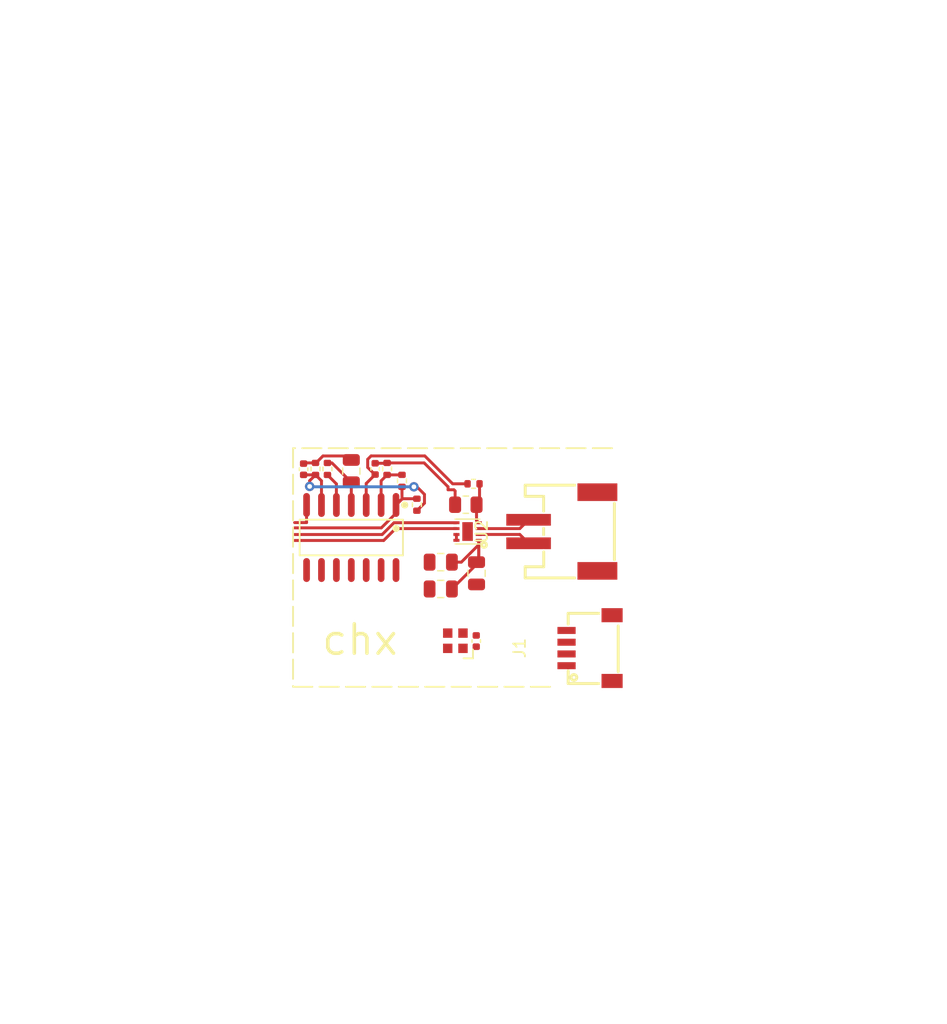
<source format=kicad_pcb>
(kicad_pcb (version 20240108) (generator "pcbnew") (generator_version "8.0")
  (layers (0 "F.Cu" signal) (31 "B.Cu" signal) (34 "B.Paste" user) (35 "F.Paste" user) (36 "B.SilkS" user "B.Silkscreen") (37 "F.SilkS" user "F.Silkscreen") (38 "B.Mask" user) (39 "F.Mask" user) (44 "Edge.Cuts" user))
  (net 0 "")
  (net 1 "motor_driver-vcc-1")
  (net 2 "pwm")
  (net 3 "dir")
  (net 4 "out2")
  (net 5 "_shunt_high")
  (net 6 "out1")
  (net 7 "ep")
  (net 8 "motor_driver-vcc")
  (net 9 "in3_plus")
  (net 10 "in4_minus")
  (net 11 "in4_plus")
  (net 12 "in3_minus")
  (net 13 "current")
  (net 14 "out4")
  (net 15 "pulses")
  (net 16 "motor_driver-gnd")
  (net 17 "in1_minus")
  (net 18 "out3")
  (net 19 "in2_plus")
  (net 20 "in1_plus")
  (net 21 "in2_minus")
  (net 22 "_shunt_gnd")
  (net 23 "led_dout")
  (net 24 "led.ic-vcc")
  (net 25 "led_din")
  (net 26 "led.ic-gnd")
  (net 27 "scl")
  (net 28 "sda")
  (footprint "lib:C0805" (layer "F.Cu") (at 121.803 59.103 90)
    (property "Reference" "C4" (hide yes))
    (property "Value" "25V 10uF X5R ±10% 0805  Multilayer Ceramic Capacitors MLCC - SMD/SMT ROHS")
    (fp_line (start -0.261252 -0.735) (end 0.261252 -0.735) (stroke (width 0.12)) (layer "F.SilkS"))
    (fp_line (start -0.261252 0.735) (end 0.261252 0.735) (stroke (width 0.12)) (layer "F.SilkS"))
    (pad "1" smd roundrect (at -0.95 0 90) (size 1 1.45) (layers "F.Cu" "F.Paste" "F.Mask") (net 1 "motor_driver-vcc-1"))
    (pad "2" smd roundrect (at 0.95 0 90) (size 1 1.45) (layers "F.Cu" "F.Paste" "F.Mask") (net 16 "motor_driver-gnd"))
  )
  (footprint "lib:CONN-SMD_4P-P1.00_SM04B-SRSS-TB-LF-SN" (layer "F.Cu") (at 142.078 74.174 90)
    (property "Reference" "J1" (at 0 -5.94 270) (layer "F.SilkS"))
    (property "Value" "?")
    (fp_line (start 2.96 -1.8) (end 2.96 0.81) (stroke (width 0.25)) (layer "F.SilkS"))
    (fp_line (start 2.04 -1.8) (end 2.96 -1.8) (stroke (width 0.25)) (layer "F.SilkS"))
    (fp_line (start -1.94 -1.8) (end -3.02 -1.8) (stroke (width 0.25)) (layer "F.SilkS"))
    (fp_line (start -3.02 -1.8) (end -3.02 0.8) (stroke (width 0.25)) (layer "F.SilkS"))
    (fp_line (start -2.02 2.46) (end 1.88 2.46) (stroke (width 0.25)) (layer "F.SilkS"))
    (fp_circle (center -2.5 -1.31) (end -2.38 -1.31) (stroke (width 0.25)) (fill none) (layer "F.SilkS"))
    (pad "1" smd rect (at -1.5 -1.94 90) (size 0.6 1.55) (layers "F.Cu" "F.Paste" "F.Mask") (net 16 "motor_driver-gnd"))
    (pad "2" smd rect (at -0.5 -1.94 90) (size 0.6 1.55) (layers "F.Cu" "F.Paste" "F.Mask") (net 1 "motor_driver-vcc-1"))
    (pad "3" smd rect (at 0.5 -1.94 90) (size 0.6 1.55) (layers "F.Cu" "F.Paste" "F.Mask") (net 28 "sda"))
    (pad "4" smd rect (at 1.5 -1.94 90) (size 0.6 1.55) (layers "F.Cu" "F.Paste" "F.Mask") (net 27 "scl"))
    (pad "5" smd rect (at 2.8 1.94 90) (size 1.2 1.8) (layers "F.Cu" "F.Paste" "F.Mask"))
    (pad "6" smd rect (at -2.8 1.94 90) (size 1.2 1.8) (layers "F.Cu" "F.Paste" "F.Mask"))
  )
  (footprint "lib:WSON-8_L2.0-W2.0-P0.50-TL-EP" (layer "F.Cu") (at 131.709 64.249 180)
    (property "Reference" "U1" (hide yes))
    (property "Value" "?")
    (fp_line (start 1.05 -1.06) (end -1.05 -1.06) (stroke (width 0.12)) (layer "F.SilkS"))
    (fp_line (start -1.04 1.06) (end 1.06 1.06) (stroke (width 0.12)) (layer "F.SilkS"))
    (fp_circle (center -1.4 -1.14) (end -1.32 -1.14) (stroke (width 0.25)) (fill none) (layer "F.SilkS"))
    (pad "1" smd rect (at -0.95 -0.75 180) (size 0.52 0.25) (layers "F.Cu" "F.Paste" "F.Mask") (net 8 "motor_driver-vcc"))
    (pad "2" smd rect (at -0.95 -0.25 180) (size 0.52 0.25) (layers "F.Cu" "F.Paste" "F.Mask") (net 6 "out1"))
    (pad "3" smd rect (at -0.95 0.25 180) (size 0.52 0.25) (layers "F.Cu" "F.Paste" "F.Mask") (net 4 "out2"))
    (pad "4" smd rect (at -0.95 0.75 180) (size 0.52 0.25) (layers "F.Cu" "F.Paste" "F.Mask") (net 5 "_shunt_high"))
    (pad "5" smd rect (at 0.95 0.75 180) (size 0.52 0.25) (layers "F.Cu" "F.Paste" "F.Mask") (net 2 "pwm"))
    (pad "6" smd rect (at 0.95 0.25 180) (size 0.52 0.25) (layers "F.Cu" "F.Paste" "F.Mask") (net 3 "dir"))
    (pad "7" smd rect (at 0.95 -0.25 180) (size 0.52 0.25) (layers "F.Cu" "F.Paste" "F.Mask") (net 1 "motor_driver-vcc-1"))
    (pad "8" smd rect (at 0.95 -0.75 180) (size 0.52 0.25) (layers "F.Cu" "F.Paste" "F.Mask") (net 1 "motor_driver-vcc-1"))
    (pad "9" smd rect (at 0 0 180) (size 0.9 1.6) (layers "F.Cu" "F.Paste" "F.Mask") (net 7 "ep"))
  )
  (footprint "lib:C0805" (layer "F.Cu") (at 129.423 69.141 180)
    (property "Reference" "C1" (hide yes))
    (property "Value" "25V 10uF X5R ±10% 0805  Multilayer Ceramic Capacitors MLCC - SMD/SMT ROHS")
    (fp_line (start -0.261252 0.735) (end 0.261252 0.735) (stroke (width 0.12)) (layer "F.SilkS"))
    (fp_line (start -0.261252 -0.735) (end 0.261252 -0.735) (stroke (width 0.12)) (layer "F.SilkS"))
    (pad "1" smd roundrect (at -0.95 0 180) (size 1 1.45) (layers "F.Cu" "F.Paste" "F.Mask") (net 8 "motor_driver-vcc"))
    (pad "2" smd roundrect (at 0.95 0 180) (size 1 1.45) (layers "F.Cu" "F.Paste" "F.Mask") (net 16 "motor_driver-gnd"))
  )
  (footprint "lib:R0402" (layer "F.Cu") (at 126.121 59.929 90)
    (property "Reference" "R3" (hide yes))
    (property "Value" "62.5mW Thick Film Resistors 50V ±100ppm/℃ ±1% 365Ω 0402  Chip Resistor - Surface Mount ROHS")
    (fp_line (start -0.153641 -0.38) (end 0.153641 -0.38) (stroke (width 0.12)) (layer "F.SilkS"))
    (fp_line (start -0.153641 0.38) (end 0.153641 0.38) (stroke (width 0.12)) (layer "F.SilkS"))
    (pad "1" smd roundrect (at -0.51 0 90) (size 0.54 0.64) (layers "F.Cu" "F.Paste" "F.Mask") (net 13 "current"))
    (pad "2" smd roundrect (at 0.51 0 90) (size 0.54 0.64) (layers "F.Cu" "F.Paste" "F.Mask") (net 17 "in1_minus"))
  )
  (footprint "lib:R0402" (layer "F.Cu") (at 118.755 58.913 90)
    (property "Reference" "R7" (hide yes))
    (property "Value" "62.5mW Thick Film Resistors 50V ±100ppm/℃ ±1% 1MΩ 0402  Chip Resistor - Surface Mount ROHS")
    (fp_line (start -0.153641 -0.38) (end 0.153641 -0.38) (stroke (width 0.12)) (layer "F.SilkS"))
    (fp_line (start -0.153641 0.38) (end 0.153641 0.38) (stroke (width 0.12)) (layer "F.SilkS"))
    (pad "1" smd roundrect (at -0.51 0 90) (size 0.54 0.64) (layers "F.Cu" "F.Paste" "F.Mask") (net 21 "in2_minus"))
    (pad "2" smd roundrect (at 0.51 0 90) (size 0.54 0.64) (layers "F.Cu" "F.Paste" "F.Mask") (net 16 "motor_driver-gnd"))
  )
  (footprint "lib:SOIC-14_L8.7-W3.9-P1.27-LS6.0-BL" (layer "F.Cu") (at 121.803 64.757 180)
    (property "Reference" "U4" (hide yes))
    (property "Value" "?")
    (fp_line (start 4.4 1.52) (end -4.4 1.52) (stroke (width 0.15)) (layer "F.SilkS"))
    (fp_line (start 4.4 -1.52) (end 4.4 1.52) (stroke (width 0.15)) (layer "F.SilkS"))
    (fp_line (start -4.4 1.52) (end -4.4 -1.52) (stroke (width 0.15)) (layer "F.SilkS"))
    (fp_line (start -4.4 -1.52) (end 4.4 -1.52) (stroke (width 0.15)) (layer "F.SilkS"))
    (fp_circle (center -3.81 0.77) (end -3.66 0.77) (stroke (width 0.3)) (fill none) (layer "F.SilkS"))
    (fp_circle (center -4.55 2.77) (end -4.4 2.77) (stroke (width 0.3)) (fill none) (layer "F.SilkS"))
    (pad "1" smd oval (at -3.81 2.77 180) (size 0.57 2.04) (layers "F.Cu" "F.Paste" "F.Mask") (net 13 "current"))
    (pad "2" smd oval (at -2.54 2.77 180) (size 0.57 2.04) (layers "F.Cu" "F.Paste" "F.Mask") (net 17 "in1_minus"))
    (pad "3" smd oval (at -1.27 2.77 180) (size 0.57 2.04) (layers "F.Cu" "F.Paste" "F.Mask") (net 20 "in1_plus"))
    (pad "4" smd oval (at 0 2.77 180) (size 0.57 2.04) (layers "F.Cu" "F.Paste" "F.Mask") (net 1 "motor_driver-vcc-1"))
    (pad "5" smd oval (at 1.27 2.77 180) (size 0.57 2.04) (layers "F.Cu" "F.Paste" "F.Mask") (net 19 "in2_plus"))
    (pad "6" smd oval (at 2.54 2.77 180) (size 0.57 2.04) (layers "F.Cu" "F.Paste" "F.Mask") (net 21 "in2_minus"))
    (pad "7" smd oval (at 3.81 2.77 180) (size 0.57 2.04) (layers "F.Cu" "F.Paste" "F.Mask") (net 15 "pulses"))
    (pad "8" smd oval (at 3.81 -2.77 180) (size 0.57 2.04) (layers "F.Cu" "F.Paste" "F.Mask") (net 18 "out3"))
    (pad "9" smd oval (at 2.54 -2.77 180) (size 0.57 2.04) (layers "F.Cu" "F.Paste" "F.Mask") (net 12 "in3_minus"))
    (pad "10" smd oval (at 1.27 -2.77 180) (size 0.57 2.04) (layers "F.Cu" "F.Paste" "F.Mask") (net 9 "in3_plus"))
    (pad "11" smd oval (at 0 -2.77 180) (size 0.57 2.04) (layers "F.Cu" "F.Paste" "F.Mask") (net 16 "motor_driver-gnd"))
    (pad "12" smd oval (at -1.27 -2.77 180) (size 0.57 2.04) (layers "F.Cu" "F.Paste" "F.Mask") (net 11 "in4_plus"))
    (pad "13" smd oval (at -2.54 -2.77 180) (size 0.57 2.04) (layers "F.Cu" "F.Paste" "F.Mask") (net 10 "in4_minus"))
    (pad "14" smd oval (at -3.81 -2.77 180) (size 0.57 2.04) (layers "F.Cu" "F.Paste" "F.Mask") (net 14 "out4"))
  )
  (footprint "lib:R0402" (layer "F.Cu") (at 119.771 58.917 90)
    (property "Reference" "R6" (hide yes))
    (property "Value" "62.5mW Thick Film Resistors 50V ±100ppm/℃ ±1% 1MΩ 0402  Chip Resistor - Surface Mount ROHS")
    (fp_line (start -0.153641 -0.38) (end 0.153641 -0.38) (stroke (width 0.12)) (layer "F.SilkS"))
    (fp_line (start -0.153641 0.38) (end 0.153641 0.38) (stroke (width 0.12)) (layer "F.SilkS"))
    (pad "1" smd roundrect (at -0.51 0 90) (size 0.54 0.64) (layers "F.Cu" "F.Paste" "F.Mask") (net 19 "in2_plus"))
    (pad "2" smd roundrect (at 0.51 0 90) (size 0.54 0.64) (layers "F.Cu" "F.Paste" "F.Mask") (net 1 "motor_driver-vcc-1"))
  )
  (footprint "lib:R0402" (layer "F.Cu") (at 127.391 61.965 -90)
    (property "Reference" "R5" (hide yes))
    (property "Value" "62.5mW Thick Film Resistors 50V ±100ppm/℃ ±1% 1.05kΩ 0402  Chip Resistor - Surface Mount ROHS")
    (fp_line (start -0.153641 0.38) (end 0.153641 0.38) (stroke (width 0.12)) (layer "F.SilkS"))
    (fp_line (start -0.153641 -0.38) (end 0.153641 -0.38) (stroke (width 0.12)) (layer "F.SilkS"))
    (pad "1" smd roundrect (at -0.51 0 270) (size 0.54 0.64) (layers "F.Cu" "F.Paste" "F.Mask") (net 13 "current"))
    (pad "2" smd roundrect (at 0.51 0 270) (size 0.54 0.64) (layers "F.Cu" "F.Paste" "F.Mask") (net 21 "in2_minus"))
  )
  (footprint "lib:C0805" (layer "F.Cu") (at 129.423 66.855 180)
    (property "Reference" "C2" (hide yes))
    (property "Value" "25V 10uF X5R ±10% 0805  Multilayer Ceramic Capacitors MLCC - SMD/SMT ROHS")
    (fp_line (start -0.261252 0.735) (end 0.261252 0.735) (stroke (width 0.12)) (layer "F.SilkS"))
    (fp_line (start -0.261252 -0.735) (end 0.261252 -0.735) (stroke (width 0.12)) (layer "F.SilkS"))
    (pad "1" smd roundrect (at -0.95 0 180) (size 1 1.45) (layers "F.Cu" "F.Paste" "F.Mask") (net 8 "motor_driver-vcc"))
    (pad "2" smd roundrect (at 0.95 0 180) (size 1 1.45) (layers "F.Cu" "F.Paste" "F.Mask") (net 16 "motor_driver-gnd"))
  )
  (footprint "lib:C0402" (layer "F.Cu") (at 117.739 58.943 90)
    (property "Reference" "C6" (hide yes))
    (property "Value" "25V 1uF X5R ±10% 0402  Multilayer Ceramic Capacitors MLCC - SMD/SMT ROHS")
    (fp_line (start -0.107836 -0.36) (end 0.107836 -0.36) (stroke (width 0.12)) (layer "F.SilkS"))
    (fp_line (start -0.107836 0.36) (end 0.107836 0.36) (stroke (width 0.12)) (layer "F.SilkS"))
    (pad "1" smd roundrect (at -0.48 0 90) (size 0.56 0.62) (layers "F.Cu" "F.Paste" "F.Mask") (net 21 "in2_minus"))
    (pad "2" smd roundrect (at 0.48 0 90) (size 0.56 0.62) (layers "F.Cu" "F.Paste" "F.Mask") (net 16 "motor_driver-gnd"))
  )
  (footprint "lib:R0402" (layer "F.Cu") (at 124.851 58.915 90)
    (property "Reference" "R4" (hide yes))
    (property "Value" "62.5mW Thick Film Resistors 50V ±100ppm/℃ ±1% 36.5Ω 0402  Chip Resistor - Surface Mount ROHS")
    (fp_line (start -0.153641 -0.38) (end 0.153641 -0.38) (stroke (width 0.12)) (layer "F.SilkS"))
    (fp_line (start -0.153641 0.38) (end 0.153641 0.38) (stroke (width 0.12)) (layer "F.SilkS"))
    (pad "1" smd roundrect (at -0.51 0 90) (size 0.54 0.64) (layers "F.Cu" "F.Paste" "F.Mask") (net 17 "in1_minus"))
    (pad "2" smd roundrect (at 0.51 0 90) (size 0.54 0.64) (layers "F.Cu" "F.Paste" "F.Mask") (net 22 "_shunt_gnd"))
  )
  (footprint "lib:C0402" (layer "F.Cu") (at 132.446 73.576 90)
    (property "Reference" "C7" (hide yes))
    (property "Value" "16V 100nF X7R ±10% 0402  Multilayer Ceramic Capacitors MLCC - SMD/SMT ROHS")
    (fp_line (start -0.107836 -0.36) (end 0.107836 -0.36) (stroke (width 0.12)) (layer "F.SilkS"))
    (fp_line (start -0.107836 0.36) (end 0.107836 0.36) (stroke (width 0.12)) (layer "F.SilkS"))
    (pad "1" smd roundrect (at -0.48 0 90) (size 0.56 0.62) (layers "F.Cu" "F.Paste" "F.Mask") (net 24 "led.ic-vcc"))
    (pad "2" smd roundrect (at 0.48 0 90) (size 0.56 0.62) (layers "F.Cu" "F.Paste" "F.Mask") (net 26 "led.ic-gnd"))
  )
  (footprint "lib:C0402" (layer "F.Cu") (at 123.835 58.915 90)
    (property "Reference" "C5" (hide yes))
    (property "Value" "16V 100nF X7R ±10% 0402  Multilayer Ceramic Capacitors MLCC - SMD/SMT ROHS")
    (fp_line (start -0.107836 -0.36) (end 0.107836 -0.36) (stroke (width 0.12)) (layer "F.SilkS"))
    (fp_line (start -0.107836 0.36) (end 0.107836 0.36) (stroke (width 0.12)) (layer "F.SilkS"))
    (pad "1" smd roundrect (at -0.48 0 90) (size 0.56 0.62) (layers "F.Cu" "F.Paste" "F.Mask") (net 20 "in1_plus"))
    (pad "2" smd roundrect (at 0.48 0 90) (size 0.56 0.62) (layers "F.Cu" "F.Paste" "F.Mask") (net 22 "_shunt_gnd"))
  )
  (footprint "lib:NetTie-2_SMD_Pad0.25mm" (layer "F.Cu") (at 130.045 60.693)
    (property "Reference" "U3" (hide yes))
    (property "Value" "?" (hide yes))
    (fp_poly (pts (xy 0 -0.125) (xy 0.5 -0.125) (xy 0.5 0.125) (xy 0 0.125)) (fill solid) (layer "F.Cu"))
    (pad "1" smd circle (at 0 0) (size 0.25 0.25) (layers "F.Cu") (net 22 "_shunt_gnd"))
    (pad "2" smd circle (at 0.5 0) (size 0.25 0.25) (layers "F.Cu") (net 16 "motor_driver-gnd"))
  )
  (footprint "lib:R0805" (layer "F.Cu") (at 131.5585 61.963 180)
    (property "Reference" "R1" (hide yes))
    (property "Value" "125mW Thick Film Resistors 150V ±1% ±400ppm/℃ 1Ω 0805  Chip Resistor - Surface Mount ROHS")
    (fp_line (start -0.227064 0.735) (end 0.227064 0.735) (stroke (width 0.12)) (layer "F.SilkS"))
    (fp_line (start -0.227064 -0.735) (end 0.227064 -0.735) (stroke (width 0.12)) (layer "F.SilkS"))
    (pad "1" smd roundrect (at -0.9125 0 180) (size 1.025 1.4) (layers "F.Cu" "F.Paste" "F.Mask") (roundrect_rratio 0.243902) (net 5 "_shunt_high"))
    (pad "2" smd roundrect (at 0.9125 0 180) (size 1.025 1.4) (layers "F.Cu" "F.Paste" "F.Mask") (roundrect_rratio 0.243902) (net 16 "motor_driver-gnd"))
  )
  (footprint "lib:R0402" (layer "F.Cu") (at 132.217 60.185 180)
    (property "Reference" "R2" (hide yes))
    (property "Value" "62.5mW Thick Film Resistors 50V ±100ppm/℃ ±1% 1.33kΩ 0402  Chip Resistor - Surface Mount ROHS")
    (fp_line (start -0.153641 0.38) (end 0.153641 0.38) (stroke (width 0.12)) (layer "F.SilkS"))
    (fp_line (start -0.153641 -0.38) (end 0.153641 -0.38) (stroke (width 0.12)) (layer "F.SilkS"))
    (pad "1" smd roundrect (at -0.51 0 180) (size 0.54 0.64) (layers "F.Cu" "F.Paste" "F.Mask") (net 5 "_shunt_high"))
    (pad "2" smd roundrect (at 0.51 0 180) (size 0.54 0.64) (layers "F.Cu" "F.Paste" "F.Mask") (net 20 "in1_plus"))
  )
  (footprint "lib:CONN-SMD_P2.00_S2B-PH-SM4-TB-LF-SN" (layer "F.Cu") (at 139.837 64.249 90)
    (property "Reference" "U2" (at 0 -6.93 90) (layer "F.SilkS"))
    (property "Value" "?")
    (fp_line (start 3.95 -3.22) (end 3 -3.22) (stroke (width 0.25)) (layer "F.SilkS"))
    (fp_line (start 3.95 -3.22) (end 3.95 1) (stroke (width 0.25)) (layer "F.SilkS"))
    (fp_line (start 3 -3.22) (end 3 -1.65) (stroke (width 0.25)) (layer "F.SilkS"))
    (fp_line (start -3 -3.22) (end -3.95 -3.22) (stroke (width 0.25)) (layer "F.SilkS"))
    (fp_line (start -3.95 -3.22) (end -3.95 1) (stroke (width 0.25)) (layer "F.SilkS"))
    (fp_line (start 3 -1.65) (end 1.73 -1.65) (stroke (width 0.25)) (layer "F.SilkS"))
    (fp_line (start 0.27 -1.65) (end -0.27 -1.65) (stroke (width 0.25)) (layer "F.SilkS"))
    (fp_line (start -1.73 -1.64) (end -3 -1.64) (stroke (width 0.25)) (layer "F.SilkS"))
    (fp_line (start -3 -1.64) (end -3 -3.22) (stroke (width 0.25)) (layer "F.SilkS"))
    (fp_line (start 2.4 4.38) (end -2.4 4.38) (stroke (width 0.25)) (layer "F.SilkS"))
    (pad "1" smd rect (at -1 -2.93 90) (size 1 3.8) (layers "F.Cu" "F.Paste" "F.Mask") (net 6 "out1"))
    (pad "2" smd rect (at 1 -2.93 90) (size 1 3.8) (layers "F.Cu" "F.Paste" "F.Mask") (net 4 "out2"))
    (pad "3" smd rect (at 3.35 2.93 90) (size 1.5 3.4) (layers "F.Cu" "F.Paste" "F.Mask"))
    (pad "4" smd rect (at -3.35 2.93 90) (size 1.5 3.4) (layers "F.Cu" "F.Paste" "F.Mask"))
  )
  (footprint "lib:LED-SMD_4P-L2.0-W2.0-BR" (layer "F.Cu") (at 130.668 73.548)
    (property "Reference" "U5" (hide yes))
    (property "Value" "?")
    (fp_line (start 0.7 1.5) (end 1.5 1.5) (stroke (width 0.15)) (layer "F.SilkS"))
    (fp_line (start 1.5 1.5) (end 1.5 0.75) (stroke (width 0.15)) (layer "F.SilkS"))
    (pad "1" smd rect (at 0.65 0.65) (size 0.8 0.8) (layers "F.Cu" "F.Paste" "F.Mask") (net 24 "led.ic-vcc"))
    (pad "2" smd rect (at 0.65 -0.65) (size 0.8 0.8) (layers "F.Cu" "F.Paste" "F.Mask") (net 23 "led_dout"))
    (pad "3" smd rect (at -0.65 -0.65) (size 0.8 0.8) (layers "F.Cu" "F.Paste" "F.Mask") (net 26 "led.ic-gnd"))
    (pad "4" smd rect (at -0.65 0.65) (size 0.8 0.8) (layers "F.Cu" "F.Paste" "F.Mask") (net 25 "led_din"))
  )
  (footprint "lib:C0805" (layer "F.Cu") (at 132.471 67.805 -90)
    (property "Reference" "C3" (hide yes))
    (property "Value" "25V 10uF X5R ±10% 0805  Multilayer Ceramic Capacitors MLCC - SMD/SMT ROHS")
    (fp_line (start -0.261252 0.735) (end 0.261252 0.735) (stroke (width 0.12)) (layer "F.SilkS"))
    (fp_line (start -0.261252 -0.735) (end 0.261252 -0.735) (stroke (width 0.12)) (layer "F.SilkS"))
    (pad "1" smd roundrect (at -0.95 0 270) (size 1 1.45) (layers "F.Cu" "F.Paste" "F.Mask") (net 8 "motor_driver-vcc"))
    (pad "2" smd roundrect (at 0.95 0 270) (size 1 1.45) (layers "F.Cu" "F.Paste" "F.Mask") (net 16 "motor_driver-gnd"))
  )
  (gr_line (start 144.018 57.15) (end 116.84 57.15) (stroke (width 0.15) (type dash)) (layer "F.SilkS"))
  (gr_line (start 116.84 77.47) (end 138.938 77.47) (stroke (width 0.15) (type dash)) (layer "F.SilkS"))
  (gr_line (start 116.84 57.15) (end 116.84 77.47) (stroke (width 0.15) (type dash)) (layer "F.SilkS"))
  (gr_text "chx" (at 119.126 74.93 0) (layer "F.SilkS") (effects (font (size 2.5 2.5) (thickness 0.3) (bold yes)) (justify left bottom)))
  (segment (start 120.157 58.407) (end 121.803 60.053) (width 0.25) (layer "F.Cu") (net 1))
  (segment (start 130.759 64.999) (end 130.759 64.499) (width 0.25) (layer "F.Cu") (net 1))
  (segment (start 119.771 58.407) (end 120.157 58.407) (width 0.25) (layer "F.Cu") (net 1))
  (segment (start 121.803 60.053) (end 121.803 61.987) (width 0.25) (layer "F.Cu") (net 1))
  (segment (start 125.437396 63.499) (end 124.433396 64.503) (width 0.25) (layer "F.Cu") (net 2))
  (segment (start 124.433396 64.503) (end 116.977 64.503) (width 0.25) (layer "F.Cu") (net 2))
  (segment (start 130.759 63.499) (end 125.437396 63.499) (width 0.25) (layer "F.Cu") (net 2))
  (segment (start 125.573792 63.999) (end 124.561792 65.011) (width 0.25) (layer "F.Cu") (net 3))
  (segment (start 130.759 63.999) (end 125.573792 63.999) (width 0.25) (layer "F.Cu") (net 3))
  (segment (start 124.561792 65.011) (end 116.977 65.011) (width 0.25) (layer "F.Cu") (net 3))
  (segment (start 136.157 63.999) (end 136.907 63.249) (width 0.25) (layer "F.Cu") (net 4))
  (segment (start 132.659 63.999) (end 136.157 63.999) (width 0.25) (layer "F.Cu") (net 4))
  (segment (start 132.727 61.707) (end 132.471 61.963) (width 0.25) (layer "F.Cu") (net 5))
  (segment (start 132.727 60.185) (end 132.727 61.707) (width 0.25) (layer "F.Cu") (net 5))
  (segment (start 132.471 61.963) (end 132.471 63.311) (width 0.25) (layer "F.Cu") (net 5))
  (segment (start 132.471 63.311) (end 132.659 63.499) (width 0.25) (layer "F.Cu") (net 5))
  (segment (start 132.659 64.499) (end 136.157 64.499) (width 0.25) (layer "F.Cu") (net 6))
  (segment (start 136.157 64.499) (end 136.907 65.249) (width 0.25) (layer "F.Cu") (net 6))
  (segment (start 131.178 66.855) (end 132.659 65.374) (width 0.25) (layer "F.Cu") (net 8))
  (segment (start 132.659 66.855) (end 132.659 64.999) (width 0.25) (layer "F.Cu") (net 8))
  (segment (start 132.659 65.374) (end 132.659 65.265) (width 0.25) (layer "F.Cu") (net 8))
  (segment (start 130.373 66.855) (end 131.178 66.855) (width 0.25) (layer "F.Cu") (net 8))
  (segment (start 130.373 69.141) (end 132.659 66.855) (width 0.25) (layer "F.Cu") (net 8))
  (segment (start 132.659 65.265) (end 132.659 66.667) (width 0.25) (layer "F.Cu") (net 8))
  (segment (start 132.659 66.667) (end 132.471 66.855) (width 0.25) (layer "F.Cu") (net 8))
  (segment (start 132.659 64.999) (end 132.659 65.265) (width 0.25) (layer "F.Cu") (net 8))
  (segment (start 125.613 62.687) (end 124.363 63.937) (width 0.25) (layer "F.Cu") (net 13))
  (segment (start 127.391 61.455) (end 126.145 61.455) (width 0.25) (layer "F.Cu") (net 13))
  (segment (start 125.613 61.987) (end 125.613 62.687) (width 0.25) (layer "F.Cu") (net 13))
  (segment (start 124.363 63.937) (end 116.977 63.937) (width 0.25) (layer "F.Cu") (net 13))
  (segment (start 126.121 60.439) (end 126.121 61.479) (width 0.25) (layer "F.Cu") (net 13))
  (segment (start 126.145 61.455) (end 125.613 61.987) (width 0.25) (layer "F.Cu") (net 13))
  (segment (start 126.121 61.479) (end 125.613 61.987) (width 0.25) (layer "F.Cu") (net 13))
  (segment (start 117.993 63.487) (end 116.977 63.487) (width 0.25) (layer "F.Cu") (net 15))
  (segment (start 117.993 61.987) (end 117.993 63.487) (width 0.25) (layer "F.Cu") (net 15))
  (segment (start 121.462 57.812) (end 121.803 58.153) (width 0.25) (layer "F.Cu") (net 16))
  (segment (start 130.646 61.963) (end 130.646 60.794) (width 0.25) (layer "F.Cu") (net 16))
  (segment (start 117.799 58.403) (end 117.739 58.463) (width 0.25) (layer "F.Cu") (net 16))
  (segment (start 119.39172 57.812) (end 121.462 57.812) (width 0.25) (layer "F.Cu") (net 16))
  (segment (start 118.80072 58.403) (end 119.39172 57.812) (width 0.25) (layer "F.Cu") (net 16))
  (segment (start 118.755 58.403) (end 118.80072 58.403) (width 0.25) (layer "F.Cu") (net 16))
  (segment (start 130.685 61.924) (end 130.646 61.963) (width 0.25) (layer "F.Cu") (net 16))
  (segment (start 130.646 60.794) (end 130.545 60.693) (width 0.25) (layer "F.Cu") (net 16))
  (segment (start 118.755 58.403) (end 117.799 58.403) (width 0.25) (layer "F.Cu") (net 16))
  (segment (start 124.343 61.987) (end 124.343 59.933) (width 0.25) (layer "F.Cu") (net 17))
  (segment (start 126.115 59.425) (end 126.121 59.419) (width 0.25) (layer "F.Cu") (net 17))
  (segment (start 124.851 59.425) (end 126.115 59.425) (width 0.25) (layer "F.Cu") (net 17))
  (segment (start 124.343 59.933) (end 124.851 59.425) (width 0.25) (layer "F.Cu") (net 17))
  (segment (start 120.533 60.189) (end 120.533 61.987) (width 0.25) (layer "F.Cu") (net 19))
  (segment (start 119.771 59.427) (end 120.533 60.189) (width 0.25) (layer "F.Cu") (net 19))
  (segment (start 131.707 60.185) (end 130.439 60.185) (width 0.25) (layer "F.Cu") (net 20))
  (segment (start 123.48851 57.81) (end 123.2 58.09851) (width 0.25) (layer "F.Cu") (net 20))
  (segment (start 128.064 57.81) (end 123.48851 57.81) (width 0.25) (layer "F.Cu") (net 20))
  (segment (start 123.835 59.395) (end 123.073 60.157) (width 0.25) (layer "F.Cu") (net 20))
  (segment (start 123.2 58.09851) (end 123.2 58.788) (width 0.25) (layer "F.Cu") (net 20))
  (segment (start 123.2 58.788) (end 123.807 59.395) (width 0.25) (layer "F.Cu") (net 20))
  (segment (start 130.439 60.185) (end 128.064 57.81) (width 0.25) (layer "F.Cu") (net 20))
  (segment (start 123.807 59.395) (end 123.835 59.395) (width 0.25) (layer "F.Cu") (net 20))
  (segment (start 123.073 60.157) (end 123.073 61.987) (width 0.25) (layer "F.Cu") (net 20))
  (segment (start 119.263 59.931) (end 119.263 61.987) (width 0.25) (layer "F.Cu") (net 21))
  (segment (start 127.391 60.439) (end 127.137 60.439) (width 0.25) (layer "F.Cu") (net 21))
  (segment (start 118.256915 59.921085) (end 118.755 59.423) (width 0.25) (layer "F.Cu") (net 21))
  (segment (start 118.256915 60.407266) (end 118.256915 59.921085) (width 0.25) (layer "F.Cu") (net 21))
  (segment (start 117.739 59.423) (end 118.755 59.423) (width 0.25) (layer "F.Cu") (net 21))
  (segment (start 118.755 59.423) (end 119.263 59.931) (width 0.25) (layer "F.Cu") (net 21))
  (segment (start 127.391 62.475) (end 128.036 61.83) (width 0.25) (layer "F.Cu") (net 21))
  (segment (start 128.036 61.084) (end 127.391 60.439) (width 0.25) (layer "F.Cu") (net 21))
  (segment (start 128.036 61.83) (end 128.036 61.084) (width 0.25) (layer "F.Cu") (net 21))
  (via (at 118.256915 60.407266) (size 0.8) (drill 0.4) (layers "F.Cu" "B.Cu") (net 21))
  (via (at 127.137 60.439) (size 0.8) (drill 0.4) (layers "F.Cu" "B.Cu") (net 21))
  (segment (start 118.288649 60.439) (end 118.256915 60.407266) (width 0.25) (layer "B.Cu") (net 21))
  (segment (start 127.137 60.439) (end 118.288649 60.439) (width 0.25) (layer "B.Cu") (net 21))
  (segment (start 124.821 58.435) (end 124.851 58.405) (width 0.25) (layer "F.Cu") (net 22))
  (segment (start 123.835 58.435) (end 124.821 58.435) (width 0.25) (layer "F.Cu") (net 22))
  (segment (start 130.045 60.693) (end 130.045 60.439) (width 0.25) (layer "F.Cu") (net 22))
  (segment (start 130.045 60.439) (end 128.011 58.405) (width 0.25) (layer "F.Cu") (net 22))
  (segment (start 128.011 58.405) (end 124.851 58.405) (width 0.25) (layer "F.Cu") (net 22))
)
</source>
